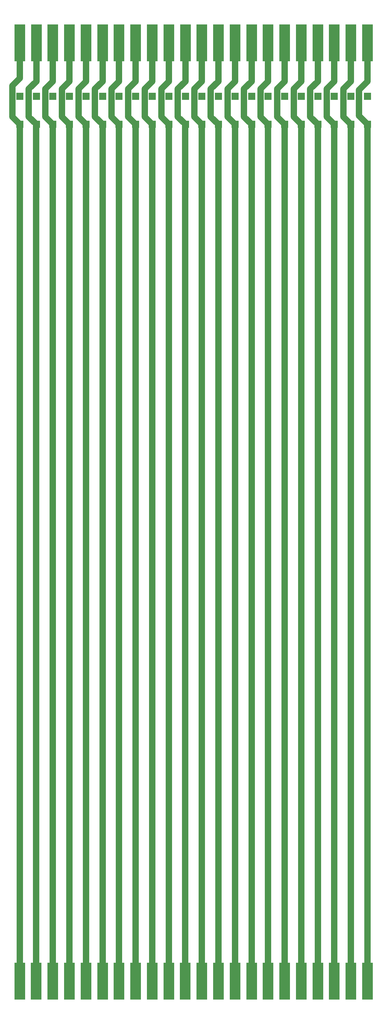
<source format=gbr>
%TF.GenerationSoftware,KiCad,Pcbnew,8.0.2*%
%TF.CreationDate,2024-05-26T09:26:46+02:00*%
%TF.ProjectId,Extender_44pin,45787465-6e64-4657-925f-343470696e2e,rev?*%
%TF.SameCoordinates,Original*%
%TF.FileFunction,Copper,L1,Top*%
%TF.FilePolarity,Positive*%
%FSLAX46Y46*%
G04 Gerber Fmt 4.6, Leading zero omitted, Abs format (unit mm)*
G04 Created by KiCad (PCBNEW 8.0.2) date 2024-05-26 09:26:46*
%MOMM*%
%LPD*%
G01*
G04 APERTURE LIST*
%TA.AperFunction,ComponentPad*%
%ADD10R,1.700000X1.700000*%
%TD*%
%TA.AperFunction,SMDPad,CuDef*%
%ADD11R,2.600000X8.800000*%
%TD*%
%TA.AperFunction,Conductor*%
%ADD12C,1.500000*%
%TD*%
G04 APERTURE END LIST*
D10*
%TO.P,J7,1,Pin_1*%
%TO.N,/E*%
X122540000Y-58970000D03*
%TD*%
%TO.P,J12,1,Pin_1*%
%TO.N,/L*%
X142340000Y-58970000D03*
%TD*%
%TO.P,J37,1,Pin_1*%
%TO.N,/15*%
X162140000Y-65680000D03*
%TD*%
D11*
%TO.P,J1,1,Pin_1*%
%TO.N,/1*%
X106700000Y-46140000D03*
%TO.P,J1,2,Pin_2*%
%TO.N,/2*%
X110660000Y-46140000D03*
%TO.P,J1,3,Pin_3*%
%TO.N,/3*%
X114620000Y-46140000D03*
%TO.P,J1,4,Pin_4*%
%TO.N,/4*%
X118580000Y-46140000D03*
%TO.P,J1,5,Pin_5*%
%TO.N,/5*%
X122540000Y-46140000D03*
%TO.P,J1,6,Pin_6*%
%TO.N,/6*%
X126500000Y-46140000D03*
%TO.P,J1,7,Pin_7*%
%TO.N,/7*%
X130460000Y-46140000D03*
%TO.P,J1,8,Pin_8*%
%TO.N,/8*%
X134420000Y-46140000D03*
%TO.P,J1,9,Pin_9*%
%TO.N,/9*%
X138380000Y-46140000D03*
%TO.P,J1,10,Pin_10*%
%TO.N,/10*%
X142340000Y-46140000D03*
%TO.P,J1,11,Pin_11*%
%TO.N,/11*%
X146300000Y-46140000D03*
%TO.P,J1,12,Pin_12*%
%TO.N,/12*%
X150260000Y-46140000D03*
%TO.P,J1,13,Pin_13*%
%TO.N,/13*%
X154220000Y-46140000D03*
%TO.P,J1,14,Pin_14*%
%TO.N,/14*%
X158180000Y-46140000D03*
%TO.P,J1,15,Pin_15*%
%TO.N,/15*%
X162140000Y-46140000D03*
%TO.P,J1,16,Pin_16*%
%TO.N,/16*%
X166100000Y-46140000D03*
%TO.P,J1,17,Pin_17*%
%TO.N,/17*%
X170060000Y-46140000D03*
%TO.P,J1,18,Pin_18*%
%TO.N,/18*%
X174020000Y-46140000D03*
%TO.P,J1,19,Pin_19*%
%TO.N,/19*%
X177980000Y-46140000D03*
%TO.P,J1,20,Pin_20*%
%TO.N,/20*%
X181940000Y-46140000D03*
%TO.P,J1,21,Pin_21*%
%TO.N,/21*%
X185900000Y-46140000D03*
%TO.P,J1,22,Pin_22*%
%TO.N,/22*%
X189860000Y-46140000D03*
%TD*%
D10*
%TO.P,J24,1,Pin_1*%
%TO.N,/2*%
X110660000Y-65680000D03*
%TD*%
%TO.P,J18,1,Pin_1*%
%TO.N,/T*%
X166100000Y-58970000D03*
%TD*%
D11*
%TO.P,J2,1,Pin_1*%
%TO.N,/1*%
X106690000Y-270560000D03*
%TO.P,J2,2,Pin_2*%
%TO.N,/2*%
X110650000Y-270560000D03*
%TO.P,J2,3,Pin_3*%
%TO.N,/3*%
X114610000Y-270560000D03*
%TO.P,J2,4,Pin_4*%
%TO.N,/4*%
X118570000Y-270560000D03*
%TO.P,J2,5,Pin_5*%
%TO.N,/5*%
X122530000Y-270560000D03*
%TO.P,J2,6,Pin_6*%
%TO.N,/6*%
X126490000Y-270560000D03*
%TO.P,J2,7,Pin_7*%
%TO.N,/7*%
X130450000Y-270560000D03*
%TO.P,J2,8,Pin_8*%
%TO.N,/8*%
X134410000Y-270560000D03*
%TO.P,J2,9,Pin_9*%
%TO.N,/9*%
X138370000Y-270560000D03*
%TO.P,J2,10,Pin_10*%
%TO.N,/10*%
X142330000Y-270560000D03*
%TO.P,J2,11,Pin_11*%
%TO.N,/11*%
X146290000Y-270560000D03*
%TO.P,J2,12,Pin_12*%
%TO.N,/12*%
X150250000Y-270560000D03*
%TO.P,J2,13,Pin_13*%
%TO.N,/13*%
X154210000Y-270560000D03*
%TO.P,J2,14,Pin_14*%
%TO.N,/14*%
X158170000Y-270560000D03*
%TO.P,J2,15,Pin_15*%
%TO.N,/15*%
X162130000Y-270560000D03*
%TO.P,J2,16,Pin_16*%
%TO.N,/16*%
X166090000Y-270560000D03*
%TO.P,J2,17,Pin_17*%
%TO.N,/17*%
X170050000Y-270560000D03*
%TO.P,J2,18,Pin_18*%
%TO.N,/18*%
X174010000Y-270560000D03*
%TO.P,J2,19,Pin_19*%
%TO.N,/19*%
X177970000Y-270560000D03*
%TO.P,J2,20,Pin_20*%
%TO.N,/20*%
X181930000Y-270560000D03*
%TO.P,J2,21,Pin_21*%
%TO.N,/21*%
X185890000Y-270560000D03*
%TO.P,J2,22,Pin_22*%
%TO.N,/22*%
X189850000Y-270560000D03*
%TD*%
D10*
%TO.P,J10,1,Pin_1*%
%TO.N,/J*%
X134420000Y-58970000D03*
%TD*%
%TO.P,J11,1,Pin_1*%
%TO.N,/K*%
X138380000Y-58970000D03*
%TD*%
%TO.P,J22,1,Pin_1*%
%TO.N,/X*%
X181940000Y-58970000D03*
%TD*%
%TO.P,J3,1,Pin_1*%
%TO.N,/A*%
X106700000Y-58970000D03*
%TD*%
%TO.P,J34,1,Pin_1*%
%TO.N,/12*%
X150260000Y-65680000D03*
%TD*%
%TO.P,J4,1,Pin_1*%
%TO.N,/B*%
X110660000Y-58970000D03*
%TD*%
%TO.P,J25,1,Pin_1*%
%TO.N,/3*%
X114620000Y-65680000D03*
%TD*%
%TO.P,J8,1,Pin_1*%
%TO.N,/F*%
X126500000Y-58970000D03*
%TD*%
%TO.P,J14,1,Pin_1*%
%TO.N,/N*%
X150260000Y-58970000D03*
%TD*%
%TO.P,J6,1,Pin_1*%
%TO.N,/D*%
X118580000Y-58970000D03*
%TD*%
%TO.P,J16,1,Pin_1*%
%TO.N,/R*%
X158180000Y-58970000D03*
%TD*%
%TO.P,J23,1,Pin_1*%
%TO.N,/1*%
X106700000Y-65680000D03*
%TD*%
%TO.P,J31,1,Pin_1*%
%TO.N,/9*%
X138380000Y-65680000D03*
%TD*%
%TO.P,J21,1,Pin_1*%
%TO.N,/W*%
X177980000Y-58970000D03*
%TD*%
%TO.P,J17,1,Pin_1*%
%TO.N,/S*%
X162140000Y-58970000D03*
%TD*%
%TO.P,J9,1,Pin_1*%
%TO.N,/H*%
X130460000Y-58970000D03*
%TD*%
%TO.P,J28,1,Pin_1*%
%TO.N,/6*%
X126500000Y-65680000D03*
%TD*%
%TO.P,J20,1,Pin_1*%
%TO.N,/V*%
X174020000Y-58970000D03*
%TD*%
%TO.P,J36,1,Pin_1*%
%TO.N,/14*%
X158180000Y-65680000D03*
%TD*%
%TO.P,J5,1,Pin_1*%
%TO.N,/C*%
X114620000Y-58970000D03*
%TD*%
%TO.P,J32,1,Pin_1*%
%TO.N,/10*%
X142340000Y-65680000D03*
%TD*%
%TO.P,J35,1,Pin_1*%
%TO.N,/13*%
X154220000Y-65680000D03*
%TD*%
%TO.P,J43,1,Pin_1*%
%TO.N,/21*%
X185900000Y-65680000D03*
%TD*%
%TO.P,J38,1,Pin_1*%
%TO.N,/16*%
X166100000Y-65680000D03*
%TD*%
%TO.P,J41,1,Pin_1*%
%TO.N,/19*%
X177980000Y-65680000D03*
%TD*%
%TO.P,J13,1,Pin_1*%
%TO.N,/M*%
X146300000Y-58970000D03*
%TD*%
%TO.P,J40,1,Pin_1*%
%TO.N,/18*%
X174020000Y-65680000D03*
%TD*%
%TO.P,J29,1,Pin_1*%
%TO.N,/7*%
X130460000Y-65680000D03*
%TD*%
%TO.P,J44,1,Pin_1*%
%TO.N,/22*%
X189860000Y-65680000D03*
%TD*%
%TO.P,J27,1,Pin_1*%
%TO.N,/5*%
X122540000Y-65680000D03*
%TD*%
%TO.P,J30,1,Pin_1*%
%TO.N,/8*%
X134420000Y-65680000D03*
%TD*%
%TO.P,J26,1,Pin_1*%
%TO.N,/4*%
X118580000Y-65680000D03*
%TD*%
%TO.P,J45,1,Pin_1*%
%TO.N,/Y*%
X185900000Y-58970000D03*
%TD*%
%TO.P,J15,1,Pin_1*%
%TO.N,/P*%
X154220000Y-58970000D03*
%TD*%
%TO.P,J19,1,Pin_1*%
%TO.N,/U*%
X170060000Y-58970000D03*
%TD*%
%TO.P,J39,1,Pin_1*%
%TO.N,/17*%
X170060000Y-65680000D03*
%TD*%
%TO.P,J42,1,Pin_1*%
%TO.N,/20*%
X181940000Y-65680000D03*
%TD*%
%TO.P,J46,1,Pin_1*%
%TO.N,/Z*%
X189860000Y-58970000D03*
%TD*%
%TO.P,J33,1,Pin_1*%
%TO.N,/11*%
X146300000Y-65680000D03*
%TD*%
D12*
%TO.N,/13*%
X154220000Y-55370000D02*
X152380000Y-57210000D01*
X154210000Y-65690000D02*
X154220000Y-65680000D01*
X154220000Y-46140000D02*
X154220000Y-55370000D01*
X154210000Y-270560000D02*
X154210000Y-65690000D01*
X152380000Y-57210000D02*
X152380000Y-63840000D01*
X152380000Y-63840000D02*
X154220000Y-65680000D01*
%TO.N,/1*%
X106690000Y-263480000D02*
X106690000Y-270560000D01*
X106700000Y-65680000D02*
X106700000Y-263470000D01*
X106700000Y-46140000D02*
X106700000Y-54620000D01*
X104900000Y-56440000D02*
X104900000Y-63880000D01*
X106700000Y-54620000D02*
X106710000Y-54630000D01*
X106700000Y-263470000D02*
X106690000Y-263480000D01*
X106690000Y-65690000D02*
X106700000Y-65680000D01*
X106710000Y-54630000D02*
X104900000Y-56440000D01*
X104900000Y-63880000D02*
X106700000Y-65680000D01*
%TO.N,/22*%
X189860000Y-46140000D02*
X189860000Y-55370000D01*
X189860000Y-55370000D02*
X187820000Y-57410000D01*
X189860000Y-66540000D02*
X189850000Y-66550000D01*
X189860000Y-65680000D02*
X189860000Y-66540000D01*
X187820000Y-57410000D02*
X187820000Y-63640000D01*
X187820000Y-63640000D02*
X189860000Y-65680000D01*
X189850000Y-66550000D02*
X189850000Y-270560000D01*
%TO.N,/15*%
X160340000Y-57170000D02*
X160340000Y-63880000D01*
X162140000Y-55370000D02*
X160340000Y-57170000D01*
X162130000Y-270560000D02*
X162130000Y-65690000D01*
X162130000Y-65690000D02*
X162140000Y-65680000D01*
X162140000Y-46140000D02*
X162140000Y-55370000D01*
X160340000Y-63880000D02*
X162140000Y-65680000D01*
%TO.N,/11*%
X144500000Y-57170000D02*
X144500000Y-63880000D01*
X146290000Y-65690000D02*
X146300000Y-65680000D01*
X146300000Y-55370000D02*
X144500000Y-57170000D01*
X144500000Y-63880000D02*
X146300000Y-65680000D01*
X146290000Y-270560000D02*
X146290000Y-65690000D01*
X146300000Y-46140000D02*
X146300000Y-55370000D01*
%TO.N,/21*%
X185900000Y-55370000D02*
X184100000Y-57170000D01*
X184100000Y-63880000D02*
X185900000Y-65680000D01*
X185890000Y-270560000D02*
X185890000Y-65690000D01*
X184100000Y-57170000D02*
X184100000Y-63880000D01*
X185890000Y-65690000D02*
X185900000Y-65680000D01*
X185900000Y-46140000D02*
X185900000Y-55370000D01*
%TO.N,/14*%
X156380000Y-63880000D02*
X158180000Y-65680000D01*
X158180000Y-46140000D02*
X158180000Y-55370000D01*
X156380000Y-57170000D02*
X156380000Y-63880000D01*
X158180000Y-65680000D02*
X158180000Y-270550000D01*
X158180000Y-55370000D02*
X156380000Y-57170000D01*
X158180000Y-270550000D02*
X158170000Y-270560000D01*
%TO.N,/9*%
X138370000Y-270560000D02*
X138370000Y-65690000D01*
X138370000Y-65690000D02*
X138380000Y-65680000D01*
X136580000Y-57170000D02*
X136580000Y-63880000D01*
X136580000Y-63880000D02*
X138380000Y-65680000D01*
X138380000Y-55370000D02*
X136580000Y-57170000D01*
X138380000Y-46140000D02*
X138380000Y-55370000D01*
%TO.N,/19*%
X177980000Y-46140000D02*
X177980000Y-55370000D01*
X177970000Y-65690000D02*
X177980000Y-65680000D01*
X177980000Y-55370000D02*
X176180000Y-57170000D01*
X177970000Y-270560000D02*
X177970000Y-65690000D01*
X176180000Y-57170000D02*
X176180000Y-63880000D01*
X176180000Y-63880000D02*
X177980000Y-65680000D01*
%TO.N,/17*%
X170050000Y-65690000D02*
X170060000Y-65680000D01*
X168260000Y-63880000D02*
X170060000Y-65680000D01*
X168260000Y-57170000D02*
X168260000Y-63880000D01*
X170050000Y-270560000D02*
X170050000Y-65690000D01*
X170060000Y-55370000D02*
X168260000Y-57170000D01*
X170060000Y-46140000D02*
X170060000Y-55370000D01*
%TO.N,/7*%
X130460000Y-55370000D02*
X128660000Y-57170000D01*
X130450000Y-270560000D02*
X130450000Y-65690000D01*
X130460000Y-46140000D02*
X130460000Y-55370000D01*
X130450000Y-65690000D02*
X130460000Y-65680000D01*
X128660000Y-57170000D02*
X128660000Y-63880000D01*
X128660000Y-63880000D02*
X130460000Y-65680000D01*
%TO.N,/6*%
X124700000Y-63880000D02*
X126500000Y-65680000D01*
X126500000Y-55370000D02*
X124700000Y-57170000D01*
X126500000Y-65680000D02*
X126500000Y-270550000D01*
X124700000Y-57170000D02*
X124700000Y-63880000D01*
X126500000Y-270550000D02*
X126490000Y-270560000D01*
X126500000Y-46140000D02*
X126500000Y-55370000D01*
%TO.N,/8*%
X132620000Y-63880000D02*
X134420000Y-65680000D01*
X134420000Y-270550000D02*
X134410000Y-270560000D01*
X134420000Y-46140000D02*
X134420000Y-55370000D01*
X134420000Y-65680000D02*
X134420000Y-270550000D01*
X132620000Y-57170000D02*
X132620000Y-63880000D01*
X134420000Y-55370000D02*
X132620000Y-57170000D01*
%TO.N,/18*%
X174020000Y-65680000D02*
X174020000Y-220690000D01*
X174020000Y-55370000D02*
X172220000Y-57170000D01*
X174020000Y-46140000D02*
X174020000Y-55370000D01*
X172220000Y-57170000D02*
X172220000Y-63880000D01*
X174010000Y-220700000D02*
X174010000Y-270560000D01*
X174020000Y-220690000D02*
X174010000Y-220700000D01*
X172220000Y-63880000D02*
X174020000Y-65680000D01*
%TO.N,/3*%
X114610000Y-65690000D02*
X114620000Y-65680000D01*
X114620000Y-55370000D02*
X112820000Y-57170000D01*
X112820000Y-63880000D02*
X114620000Y-65680000D01*
X112820000Y-57170000D02*
X112820000Y-63880000D01*
X114620000Y-46140000D02*
X114620000Y-55370000D01*
X114610000Y-270560000D02*
X114610000Y-65690000D01*
%TO.N,/4*%
X118570000Y-65690000D02*
X118580000Y-65680000D01*
X118570000Y-270560000D02*
X118570000Y-65690000D01*
X118580000Y-55370000D02*
X116780000Y-57170000D01*
X116780000Y-63880000D02*
X118580000Y-65680000D01*
X116780000Y-57170000D02*
X116780000Y-63880000D01*
X118580000Y-46140000D02*
X118580000Y-55370000D01*
%TO.N,/10*%
X142330000Y-65690000D02*
X142340000Y-65680000D01*
X142340000Y-46140000D02*
X142340000Y-55370000D01*
X140540000Y-63880000D02*
X142340000Y-65680000D01*
X142340000Y-55370000D02*
X140540000Y-57170000D01*
X142330000Y-270560000D02*
X142330000Y-65690000D01*
X140540000Y-57170000D02*
X140540000Y-63880000D01*
%TO.N,/2*%
X110660000Y-46140000D02*
X110660000Y-55370000D01*
X110650000Y-65690000D02*
X110660000Y-65680000D01*
X110660000Y-55370000D02*
X108860000Y-57170000D01*
X110650000Y-270560000D02*
X110650000Y-65690000D01*
X108860000Y-57170000D02*
X108860000Y-63880000D01*
X108860000Y-63880000D02*
X110660000Y-65680000D01*
%TO.N,/20*%
X181940000Y-55370000D02*
X180140000Y-57170000D01*
X181930000Y-65690000D02*
X181940000Y-65680000D01*
X180140000Y-57170000D02*
X180140000Y-63880000D01*
X181940000Y-46140000D02*
X181940000Y-55370000D01*
X180140000Y-63880000D02*
X181940000Y-65680000D01*
X181930000Y-270560000D02*
X181930000Y-65690000D01*
%TO.N,/16*%
X164300000Y-57170000D02*
X164300000Y-63880000D01*
X164300000Y-63880000D02*
X166100000Y-65680000D01*
X166090000Y-270560000D02*
X166090000Y-65690000D01*
X166100000Y-55370000D02*
X164300000Y-57170000D01*
X166090000Y-65690000D02*
X166100000Y-65680000D01*
X166100000Y-46140000D02*
X166100000Y-55370000D01*
%TO.N,/5*%
X122540000Y-92390000D02*
X122540000Y-65680000D01*
X122540000Y-55370000D02*
X120740000Y-57170000D01*
X120740000Y-57170000D02*
X120740000Y-63880000D01*
X120740000Y-63880000D02*
X122540000Y-65680000D01*
X122530000Y-92400000D02*
X122540000Y-92390000D01*
X122540000Y-46140000D02*
X122540000Y-55370000D01*
X122530000Y-270560000D02*
X122530000Y-92400000D01*
%TO.N,/12*%
X150250000Y-65690000D02*
X150260000Y-65680000D01*
X150260000Y-46140000D02*
X150260000Y-55370000D01*
X148460000Y-63880000D02*
X150260000Y-65680000D01*
X150250000Y-270560000D02*
X150250000Y-65690000D01*
X148460000Y-57170000D02*
X148460000Y-63880000D01*
X150260000Y-55370000D02*
X148460000Y-57170000D01*
%TD*%
M02*

</source>
